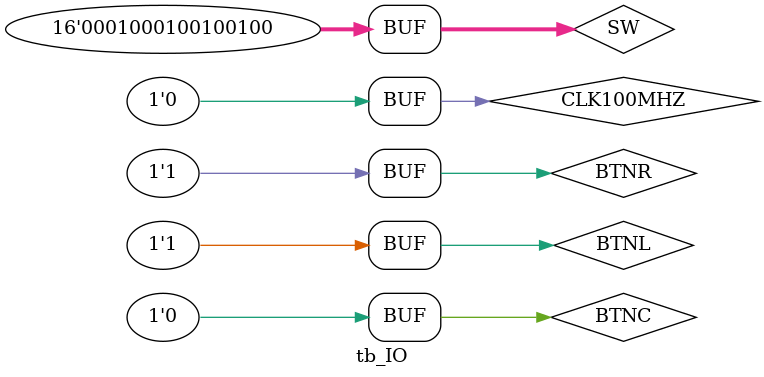
<source format=sv>
`timescale 1ns / 1ps


module tb_IO();

    logic CLK100MHZ,BTNC,BTNL,BTNR;
    logic [15:0] SW;
    logic [7:0] AN;
    logic [6:0] A2G;
    logic [1:0] LED;
   
   
    topmips T(CLK100MHZ,BTNC,BTNL,BTNR,LED,SW,AN,A2G);
    
    initial 
    begin
        #0; BTNC <= 1;
        #2; BTNC <= 0;
        #2; BTNL <= 1; BTNR <= 1;
        #2; SW <= 16'b00010001_00100100;
    end
        
   always 
   begin
    CLK100MHZ <= 1;# 5;CLK100MHZ <= 0;# 5;
   end
   
endmodule

</source>
